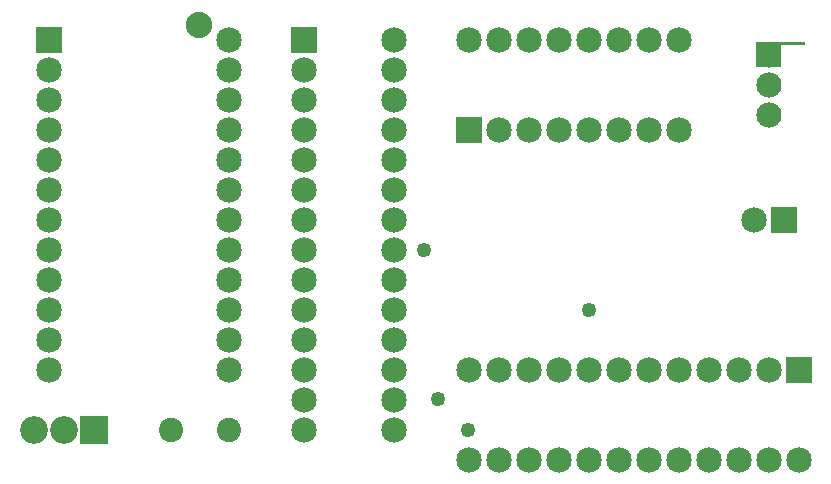
<source format=gts>
G04 MADE WITH FRITZING*
G04 WWW.FRITZING.ORG*
G04 DOUBLE SIDED*
G04 HOLES PLATED*
G04 CONTOUR ON CENTER OF CONTOUR VECTOR*
%ASAXBY*%
%FSLAX23Y23*%
%MOIN*%
%OFA0B0*%
%SFA1.0B1.0*%
%ADD10C,0.084000*%
%ADD11C,0.085000*%
%ADD12C,0.049370*%
%ADD13C,0.092000*%
%ADD14C,0.080925*%
%ADD15C,0.080866*%
%ADD16C,0.088000*%
%ADD17R,0.085000X0.085000*%
%ADD18R,0.092000X0.092000*%
%ADD19R,0.001000X0.001000*%
%LNMASK1*%
G90*
G70*
G54D10*
X2628Y1426D03*
X2628Y1326D03*
X2628Y1226D03*
X2628Y1426D03*
X2628Y1326D03*
X2628Y1226D03*
G54D11*
X2678Y876D03*
X2578Y876D03*
G54D12*
X1526Y277D03*
X1627Y175D03*
X2028Y576D03*
X1478Y776D03*
G54D11*
X2728Y376D03*
X2728Y76D03*
X2628Y376D03*
X2628Y76D03*
X2528Y376D03*
X2528Y76D03*
X2428Y376D03*
X2428Y76D03*
X2328Y376D03*
X2328Y76D03*
X2228Y376D03*
X2228Y76D03*
X2128Y376D03*
X2128Y76D03*
X2028Y376D03*
X2028Y76D03*
X1928Y376D03*
X1928Y76D03*
X1828Y376D03*
X1828Y76D03*
X1728Y376D03*
X1728Y76D03*
X1628Y376D03*
X1628Y76D03*
X1078Y1476D03*
X1378Y1476D03*
X1078Y1376D03*
X1378Y1376D03*
X1078Y1276D03*
X1378Y1276D03*
X1078Y1176D03*
X1378Y1176D03*
X1078Y1076D03*
X1378Y1076D03*
X1078Y976D03*
X1378Y976D03*
X1078Y876D03*
X1378Y876D03*
X1078Y776D03*
X1378Y776D03*
X1078Y676D03*
X1378Y676D03*
X1078Y576D03*
X1378Y576D03*
X1078Y476D03*
X1378Y476D03*
X1078Y376D03*
X1378Y376D03*
X1078Y276D03*
X1378Y276D03*
X1078Y176D03*
X1378Y176D03*
X228Y1476D03*
X828Y1476D03*
X228Y1376D03*
X828Y1376D03*
X228Y1276D03*
X828Y1276D03*
X228Y1176D03*
X828Y1176D03*
X228Y1076D03*
X828Y1076D03*
X228Y976D03*
X828Y976D03*
X228Y876D03*
X828Y876D03*
X228Y776D03*
X828Y776D03*
X228Y676D03*
X828Y676D03*
X228Y576D03*
X828Y576D03*
X228Y476D03*
X828Y476D03*
X228Y376D03*
X828Y376D03*
G54D13*
X378Y176D03*
X278Y176D03*
X178Y176D03*
G54D14*
X635Y176D03*
G54D15*
X828Y176D03*
G54D11*
X1628Y1176D03*
X1628Y1476D03*
X1728Y1176D03*
X1728Y1476D03*
X1828Y1176D03*
X1828Y1476D03*
X1928Y1176D03*
X1928Y1476D03*
X2028Y1176D03*
X2028Y1476D03*
X2128Y1176D03*
X2128Y1476D03*
X2228Y1176D03*
X2228Y1476D03*
X2328Y1176D03*
X2328Y1476D03*
G54D16*
X728Y1526D03*
G54D17*
X2678Y876D03*
X2728Y376D03*
X1078Y1476D03*
X228Y1476D03*
G54D18*
X378Y176D03*
G54D17*
X1628Y1176D03*
G54D19*
X2585Y1468D02*
X2748Y1468D01*
X2585Y1467D02*
X2748Y1467D01*
X2585Y1466D02*
X2748Y1466D01*
X2585Y1465D02*
X2748Y1465D01*
X2585Y1464D02*
X2748Y1464D01*
X2585Y1463D02*
X2748Y1463D01*
X2585Y1462D02*
X2748Y1462D01*
X2585Y1461D02*
X2748Y1461D01*
X2585Y1460D02*
X2748Y1460D01*
X2585Y1459D02*
X2748Y1459D01*
X2585Y1458D02*
X2668Y1458D01*
X2585Y1457D02*
X2668Y1457D01*
X2585Y1456D02*
X2668Y1456D01*
X2585Y1455D02*
X2668Y1455D01*
X2585Y1454D02*
X2668Y1454D01*
X2585Y1453D02*
X2668Y1453D01*
X2585Y1452D02*
X2668Y1452D01*
X2585Y1451D02*
X2668Y1451D01*
X2585Y1450D02*
X2668Y1450D01*
X2585Y1449D02*
X2668Y1449D01*
X2585Y1448D02*
X2668Y1448D01*
X2585Y1447D02*
X2668Y1447D01*
X2585Y1446D02*
X2668Y1446D01*
X2585Y1445D02*
X2668Y1445D01*
X2585Y1444D02*
X2668Y1444D01*
X2585Y1443D02*
X2668Y1443D01*
X2585Y1442D02*
X2668Y1442D01*
X2585Y1441D02*
X2622Y1441D01*
X2632Y1441D02*
X2668Y1441D01*
X2585Y1440D02*
X2619Y1440D01*
X2635Y1440D02*
X2668Y1440D01*
X2585Y1439D02*
X2617Y1439D01*
X2637Y1439D02*
X2668Y1439D01*
X2585Y1438D02*
X2616Y1438D01*
X2638Y1438D02*
X2668Y1438D01*
X2585Y1437D02*
X2615Y1437D01*
X2639Y1437D02*
X2668Y1437D01*
X2585Y1436D02*
X2614Y1436D01*
X2640Y1436D02*
X2668Y1436D01*
X2585Y1435D02*
X2614Y1435D01*
X2640Y1435D02*
X2668Y1435D01*
X2585Y1434D02*
X2613Y1434D01*
X2641Y1434D02*
X2668Y1434D01*
X2585Y1433D02*
X2613Y1433D01*
X2641Y1433D02*
X2668Y1433D01*
X2585Y1432D02*
X2612Y1432D01*
X2642Y1432D02*
X2668Y1432D01*
X2585Y1431D02*
X2612Y1431D01*
X2642Y1431D02*
X2668Y1431D01*
X2585Y1430D02*
X2612Y1430D01*
X2642Y1430D02*
X2668Y1430D01*
X2585Y1429D02*
X2612Y1429D01*
X2642Y1429D02*
X2668Y1429D01*
X2585Y1428D02*
X2611Y1428D01*
X2642Y1428D02*
X2668Y1428D01*
X2585Y1427D02*
X2611Y1427D01*
X2642Y1427D02*
X2668Y1427D01*
X2585Y1426D02*
X2611Y1426D01*
X2642Y1426D02*
X2668Y1426D01*
X2585Y1425D02*
X2612Y1425D01*
X2642Y1425D02*
X2668Y1425D01*
X2585Y1424D02*
X2612Y1424D01*
X2642Y1424D02*
X2668Y1424D01*
X2585Y1423D02*
X2612Y1423D01*
X2642Y1423D02*
X2668Y1423D01*
X2585Y1422D02*
X2612Y1422D01*
X2642Y1422D02*
X2668Y1422D01*
X2585Y1421D02*
X2612Y1421D01*
X2642Y1421D02*
X2668Y1421D01*
X2585Y1420D02*
X2613Y1420D01*
X2641Y1420D02*
X2668Y1420D01*
X2585Y1419D02*
X2613Y1419D01*
X2641Y1419D02*
X2668Y1419D01*
X2585Y1418D02*
X2614Y1418D01*
X2640Y1418D02*
X2668Y1418D01*
X2585Y1417D02*
X2615Y1417D01*
X2639Y1417D02*
X2668Y1417D01*
X2585Y1416D02*
X2615Y1416D01*
X2638Y1416D02*
X2668Y1416D01*
X2585Y1415D02*
X2616Y1415D01*
X2637Y1415D02*
X2668Y1415D01*
X2585Y1414D02*
X2618Y1414D01*
X2636Y1414D02*
X2668Y1414D01*
X2585Y1413D02*
X2620Y1413D01*
X2634Y1413D02*
X2668Y1413D01*
X2585Y1412D02*
X2623Y1412D01*
X2631Y1412D02*
X2668Y1412D01*
X2585Y1411D02*
X2668Y1411D01*
X2585Y1410D02*
X2668Y1410D01*
X2585Y1409D02*
X2668Y1409D01*
X2585Y1408D02*
X2668Y1408D01*
X2585Y1407D02*
X2668Y1407D01*
X2585Y1406D02*
X2668Y1406D01*
X2585Y1405D02*
X2668Y1405D01*
X2585Y1404D02*
X2668Y1404D01*
X2585Y1403D02*
X2668Y1403D01*
X2585Y1402D02*
X2668Y1402D01*
X2585Y1401D02*
X2668Y1401D01*
X2585Y1400D02*
X2668Y1400D01*
X2585Y1399D02*
X2668Y1399D01*
X2585Y1398D02*
X2668Y1398D01*
X2585Y1397D02*
X2668Y1397D01*
X2585Y1396D02*
X2668Y1396D01*
X2585Y1395D02*
X2668Y1395D01*
X2585Y1394D02*
X2668Y1394D01*
X2585Y1393D02*
X2668Y1393D01*
X2585Y1392D02*
X2668Y1392D01*
X2585Y1391D02*
X2668Y1391D01*
X2585Y1390D02*
X2668Y1390D01*
X2585Y1389D02*
X2668Y1389D01*
X2585Y1388D02*
X2668Y1388D01*
X2585Y1387D02*
X2668Y1387D01*
X2585Y1386D02*
X2668Y1386D01*
X2586Y1385D02*
X2668Y1385D01*
D02*
G04 End of Mask1*
M02*
</source>
